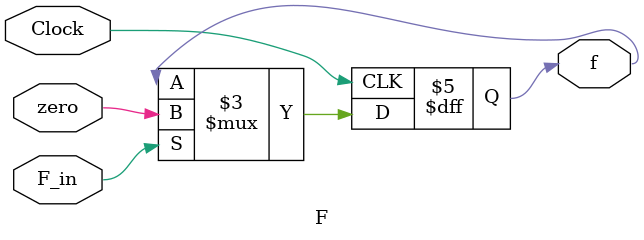
<source format=v>
module F (F_in, zero, Clock, f);
	input F_in, zero, Clock;
	output reg f;
	
	always@(posedge Clock) begin
		if(F_in) begin
			f = zero; // armazena o valor do bit Zero da ULA
		end
	end
endmodule

</source>
